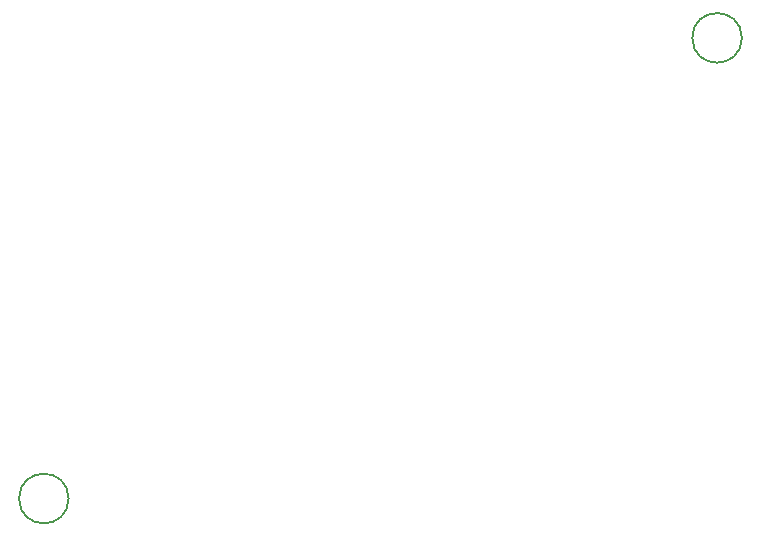
<source format=gbr>
%TF.GenerationSoftware,KiCad,Pcbnew,7.0.7*%
%TF.CreationDate,2023-09-16T22:14:34+02:00*%
%TF.ProjectId,oled242,6f6c6564-3234-4322-9e6b-696361645f70,rev?*%
%TF.SameCoordinates,Original*%
%TF.FileFunction,Other,Comment*%
%FSLAX46Y46*%
G04 Gerber Fmt 4.6, Leading zero omitted, Abs format (unit mm)*
G04 Created by KiCad (PCBNEW 7.0.7) date 2023-09-16 22:14:34*
%MOMM*%
%LPD*%
G01*
G04 APERTURE LIST*
%ADD10C,0.150000*%
G04 APERTURE END LIST*
D10*
%TO.C,REF\u002A\u002A*%
X10100000Y-42000000D02*
G75*
G03*
X10100000Y-42000000I-2100000J0D01*
G01*
X67100000Y-3000000D02*
G75*
G03*
X67100000Y-3000000I-2100000J0D01*
G01*
%TD*%
M02*

</source>
